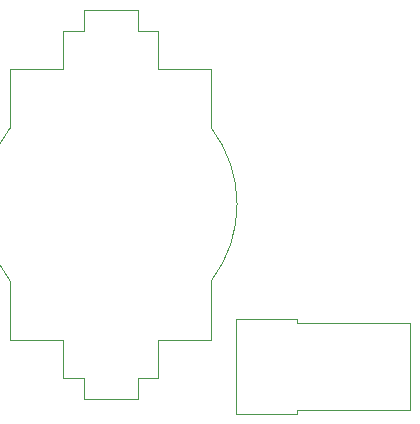
<source format=gbr>
%TF.GenerationSoftware,KiCad,Pcbnew,(5.1.10)-1*%
%TF.CreationDate,2021-12-27T13:21:28+01:00*%
%TF.ProjectId,LORA_ATTINY_v3,4c4f5241-5f41-4545-9449-4e595f76332e,rev?*%
%TF.SameCoordinates,Original*%
%TF.FileFunction,Other,User*%
%FSLAX46Y46*%
G04 Gerber Fmt 4.6, Leading zero omitted, Abs format (unit mm)*
G04 Created by KiCad (PCBNEW (5.1.10)-1) date 2021-12-27 13:21:28*
%MOMM*%
%LPD*%
G01*
G04 APERTURE LIST*
%ADD10C,0.050000*%
G04 APERTURE END LIST*
D10*
%TO.C,ANT1*%
X86674000Y-70676000D02*
X81474000Y-70676000D01*
X96194000Y-70996000D02*
X96194000Y-78356000D01*
X86674000Y-78676000D02*
X81474000Y-78676000D01*
X81474000Y-78676000D02*
X81474000Y-70676000D01*
X86674000Y-78356000D02*
X86674000Y-78676000D01*
X96194000Y-78356000D02*
X86674000Y-78356000D01*
X86674000Y-70676000D02*
X86674000Y-70996000D01*
X86674000Y-70996000D02*
X96194000Y-70996000D01*
%TO.C,BAT1*%
X62366000Y-49460000D02*
X62366000Y-54460000D01*
X62366000Y-67460000D02*
X62366000Y-72460000D01*
X66866000Y-72460000D02*
X62366000Y-72460000D01*
X66866000Y-75660000D02*
X66866000Y-72460000D01*
X66866000Y-75660000D02*
X68566000Y-75660000D01*
X68566000Y-75660000D02*
X68566000Y-77410000D01*
X68566000Y-77410000D02*
X73166000Y-77410000D01*
X73166000Y-75660000D02*
X73166000Y-77410000D01*
X73166000Y-75660000D02*
X74866000Y-75660000D01*
X74866000Y-75660000D02*
X74866000Y-72460000D01*
X74866000Y-72460000D02*
X79366000Y-72460000D01*
X79366000Y-72460000D02*
X79366000Y-67460000D01*
X79366000Y-49460000D02*
X74866000Y-49460000D01*
X74866000Y-49460000D02*
X74866000Y-46260000D01*
X74866000Y-46260000D02*
X73166000Y-46260000D01*
X73166000Y-46260000D02*
X73166000Y-44510000D01*
X73166000Y-44510000D02*
X68566000Y-44510000D01*
X68566000Y-44510000D02*
X68566000Y-46260000D01*
X68566000Y-46260000D02*
X66866000Y-46260000D01*
X66866000Y-46260000D02*
X66866000Y-49460000D01*
X66866000Y-49460000D02*
X62366000Y-49460000D01*
X79366000Y-49460000D02*
X79366000Y-54460000D01*
X62366000Y-54460001D02*
G75*
G03*
X62366000Y-67460000I8500000J-6499999D01*
G01*
X79366000Y-67459999D02*
G75*
G03*
X79366000Y-54460000I-8500000J6499999D01*
G01*
%TD*%
M02*

</source>
